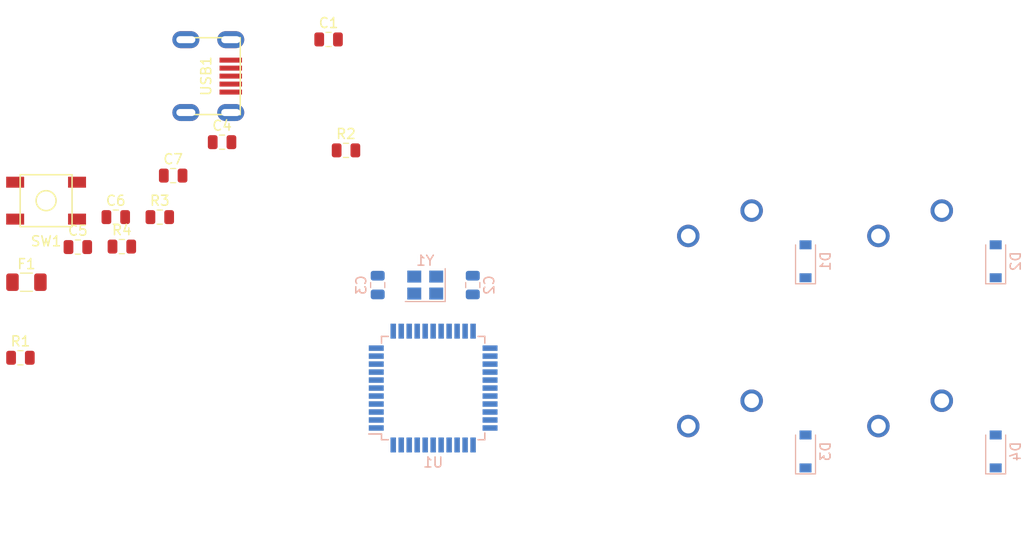
<source format=kicad_pcb>
(kicad_pcb (version 20171130) (host pcbnew "(5.1.4)-1")

  (general
    (thickness 1.6)
    (drawings 0)
    (tracks 0)
    (zones 0)
    (modules 24)
    (nets 49)
  )

  (page A4)
  (layers
    (0 F.Cu signal)
    (31 B.Cu signal)
    (32 B.Adhes user)
    (33 F.Adhes user)
    (34 B.Paste user)
    (35 F.Paste user)
    (36 B.SilkS user)
    (37 F.SilkS user)
    (38 B.Mask user)
    (39 F.Mask user)
    (40 Dwgs.User user)
    (41 Cmts.User user)
    (42 Eco1.User user)
    (43 Eco2.User user)
    (44 Edge.Cuts user)
    (45 Margin user)
    (46 B.CrtYd user)
    (47 F.CrtYd user)
    (48 B.Fab user)
    (49 F.Fab user)
  )

  (setup
    (last_trace_width 0.25)
    (trace_clearance 0.2)
    (zone_clearance 0.508)
    (zone_45_only no)
    (trace_min 0.2)
    (via_size 0.8)
    (via_drill 0.4)
    (via_min_size 0.4)
    (via_min_drill 0.3)
    (uvia_size 0.3)
    (uvia_drill 0.1)
    (uvias_allowed no)
    (uvia_min_size 0.2)
    (uvia_min_drill 0.1)
    (edge_width 0.05)
    (segment_width 0.2)
    (pcb_text_width 0.3)
    (pcb_text_size 1.5 1.5)
    (mod_edge_width 0.12)
    (mod_text_size 1 1)
    (mod_text_width 0.15)
    (pad_size 1.524 1.524)
    (pad_drill 0.762)
    (pad_to_mask_clearance 0.051)
    (solder_mask_min_width 0.25)
    (aux_axis_origin 0 0)
    (visible_elements 7FFFFFFF)
    (pcbplotparams
      (layerselection 0x010fc_ffffffff)
      (usegerberextensions false)
      (usegerberattributes false)
      (usegerberadvancedattributes false)
      (creategerberjobfile false)
      (excludeedgelayer true)
      (linewidth 0.100000)
      (plotframeref false)
      (viasonmask false)
      (mode 1)
      (useauxorigin false)
      (hpglpennumber 1)
      (hpglpenspeed 20)
      (hpglpendiameter 15.000000)
      (psnegative false)
      (psa4output false)
      (plotreference true)
      (plotvalue true)
      (plotinvisibletext false)
      (padsonsilk false)
      (subtractmaskfromsilk false)
      (outputformat 1)
      (mirror false)
      (drillshape 1)
      (scaleselection 1)
      (outputdirectory ""))
  )

  (net 0 "")
  (net 1 GND)
  (net 2 +5V)
  (net 3 "Net-(C2-Pad1)")
  (net 4 "Net-(C3-Pad1)")
  (net 5 "Net-(C6-Pad1)")
  (net 6 "Net-(D1-Pad2)")
  (net 7 ROW0)
  (net 8 "Net-(D2-Pad2)")
  (net 9 ROW1)
  (net 10 "Net-(D3-Pad2)")
  (net 11 "Net-(D4-Pad2)")
  (net 12 VCC)
  (net 13 COL0)
  (net 14 COL1)
  (net 15 D-)
  (net 16 "Net-(R1-Pad1)")
  (net 17 D+)
  (net 18 "Net-(R2-Pad1)")
  (net 19 "Net-(R3-Pad2)")
  (net 20 "Net-(R4-Pad2)")
  (net 21 "Net-(U1-Pad42)")
  (net 22 "Net-(U1-Pad41)")
  (net 23 "Net-(U1-Pad40)")
  (net 24 "Net-(U1-Pad39)")
  (net 25 "Net-(U1-Pad38)")
  (net 26 "Net-(U1-Pad37)")
  (net 27 "Net-(U1-Pad36)")
  (net 28 "Net-(U1-Pad32)")
  (net 29 "Net-(U1-Pad31)")
  (net 30 "Net-(U1-Pad30)")
  (net 31 "Net-(U1-Pad29)")
  (net 32 "Net-(U1-Pad28)")
  (net 33 "Net-(U1-Pad27)")
  (net 34 "Net-(U1-Pad26)")
  (net 35 "Net-(U1-Pad25)")
  (net 36 "Net-(U1-Pad22)")
  (net 37 "Net-(U1-Pad21)")
  (net 38 "Net-(U1-Pad20)")
  (net 39 "Net-(U1-Pad19)")
  (net 40 "Net-(U1-Pad18)")
  (net 41 "Net-(U1-Pad12)")
  (net 42 "Net-(U1-Pad11)")
  (net 43 "Net-(U1-Pad10)")
  (net 44 "Net-(U1-Pad9)")
  (net 45 "Net-(U1-Pad8)")
  (net 46 "Net-(U1-Pad1)")
  (net 47 "Net-(USB1-Pad6)")
  (net 48 "Net-(USB1-Pad2)")

  (net_class Default "This is the default net class."
    (clearance 0.2)
    (trace_width 0.25)
    (via_dia 0.8)
    (via_drill 0.4)
    (uvia_dia 0.3)
    (uvia_drill 0.1)
    (add_net +5V)
    (add_net COL0)
    (add_net COL1)
    (add_net D+)
    (add_net D-)
    (add_net GND)
    (add_net "Net-(C2-Pad1)")
    (add_net "Net-(C3-Pad1)")
    (add_net "Net-(C6-Pad1)")
    (add_net "Net-(D1-Pad2)")
    (add_net "Net-(D2-Pad2)")
    (add_net "Net-(D3-Pad2)")
    (add_net "Net-(D4-Pad2)")
    (add_net "Net-(R1-Pad1)")
    (add_net "Net-(R2-Pad1)")
    (add_net "Net-(R3-Pad2)")
    (add_net "Net-(R4-Pad2)")
    (add_net "Net-(U1-Pad1)")
    (add_net "Net-(U1-Pad10)")
    (add_net "Net-(U1-Pad11)")
    (add_net "Net-(U1-Pad12)")
    (add_net "Net-(U1-Pad18)")
    (add_net "Net-(U1-Pad19)")
    (add_net "Net-(U1-Pad20)")
    (add_net "Net-(U1-Pad21)")
    (add_net "Net-(U1-Pad22)")
    (add_net "Net-(U1-Pad25)")
    (add_net "Net-(U1-Pad26)")
    (add_net "Net-(U1-Pad27)")
    (add_net "Net-(U1-Pad28)")
    (add_net "Net-(U1-Pad29)")
    (add_net "Net-(U1-Pad30)")
    (add_net "Net-(U1-Pad31)")
    (add_net "Net-(U1-Pad32)")
    (add_net "Net-(U1-Pad36)")
    (add_net "Net-(U1-Pad37)")
    (add_net "Net-(U1-Pad38)")
    (add_net "Net-(U1-Pad39)")
    (add_net "Net-(U1-Pad40)")
    (add_net "Net-(U1-Pad41)")
    (add_net "Net-(U1-Pad42)")
    (add_net "Net-(U1-Pad8)")
    (add_net "Net-(U1-Pad9)")
    (add_net "Net-(USB1-Pad2)")
    (add_net "Net-(USB1-Pad6)")
    (add_net ROW0)
    (add_net ROW1)
    (add_net VCC)
  )

  (module Crystal:Crystal_SMD_3225-4Pin_3.2x2.5mm (layer B.Cu) (tedit 5A0FD1B2) (tstamp 6129B0C3)
    (at 138.1125 91.28125 180)
    (descr "SMD Crystal SERIES SMD3225/4 http://www.txccrystal.com/images/pdf/7m-accuracy.pdf, 3.2x2.5mm^2 package")
    (tags "SMD SMT crystal")
    (path /612CA6C1)
    (attr smd)
    (fp_text reference Y1 (at 0 2.45) (layer B.SilkS)
      (effects (font (size 1 1) (thickness 0.15)) (justify mirror))
    )
    (fp_text value Crystal_GND24_Small (at 0 -2.45) (layer B.Fab)
      (effects (font (size 1 1) (thickness 0.15)) (justify mirror))
    )
    (fp_line (start 2.1 1.7) (end -2.1 1.7) (layer B.CrtYd) (width 0.05))
    (fp_line (start 2.1 -1.7) (end 2.1 1.7) (layer B.CrtYd) (width 0.05))
    (fp_line (start -2.1 -1.7) (end 2.1 -1.7) (layer B.CrtYd) (width 0.05))
    (fp_line (start -2.1 1.7) (end -2.1 -1.7) (layer B.CrtYd) (width 0.05))
    (fp_line (start -2 -1.65) (end 2 -1.65) (layer B.SilkS) (width 0.12))
    (fp_line (start -2 1.65) (end -2 -1.65) (layer B.SilkS) (width 0.12))
    (fp_line (start -1.6 -0.25) (end -0.6 -1.25) (layer B.Fab) (width 0.1))
    (fp_line (start 1.6 1.25) (end -1.6 1.25) (layer B.Fab) (width 0.1))
    (fp_line (start 1.6 -1.25) (end 1.6 1.25) (layer B.Fab) (width 0.1))
    (fp_line (start -1.6 -1.25) (end 1.6 -1.25) (layer B.Fab) (width 0.1))
    (fp_line (start -1.6 1.25) (end -1.6 -1.25) (layer B.Fab) (width 0.1))
    (fp_text user %R (at 0 0) (layer B.Fab)
      (effects (font (size 0.7 0.7) (thickness 0.105)) (justify mirror))
    )
    (pad 4 smd rect (at -1.1 0.85 180) (size 1.4 1.2) (layers B.Cu B.Paste B.Mask)
      (net 1 GND))
    (pad 3 smd rect (at 1.1 0.85 180) (size 1.4 1.2) (layers B.Cu B.Paste B.Mask)
      (net 4 "Net-(C3-Pad1)"))
    (pad 2 smd rect (at 1.1 -0.85 180) (size 1.4 1.2) (layers B.Cu B.Paste B.Mask)
      (net 1 GND))
    (pad 1 smd rect (at -1.1 -0.85 180) (size 1.4 1.2) (layers B.Cu B.Paste B.Mask)
      (net 3 "Net-(C2-Pad1)"))
    (model ${KISYS3DMOD}/Crystal.3dshapes/Crystal_SMD_3225-4Pin_3.2x2.5mm.wrl
      (at (xyz 0 0 0))
      (scale (xyz 1 1 1))
      (rotate (xyz 0 0 0))
    )
  )

  (module random-keyboard-parts:Molex-0548190589 (layer F.Cu) (tedit 5C494815) (tstamp 6129B0AF)
    (at 114.12875 70.347)
    (path /612E6035)
    (attr smd)
    (fp_text reference USB1 (at 2.032 0 90) (layer F.SilkS)
      (effects (font (size 1 1) (thickness 0.15)))
    )
    (fp_text value Molex-0548190589 (at -5.08 0 90) (layer Dwgs.User)
      (effects (font (size 1 1) (thickness 0.15)))
    )
    (fp_text user %R (at 2 0 90) (layer F.CrtYd)
      (effects (font (size 1 1) (thickness 0.15)))
    )
    (fp_line (start 3.25 -1.25) (end 5.5 -1.25) (layer F.CrtYd) (width 0.15))
    (fp_line (start 5.5 -0.5) (end 3.25 -0.5) (layer F.CrtYd) (width 0.15))
    (fp_line (start 3.25 0.5) (end 5.5 0.5) (layer F.CrtYd) (width 0.15))
    (fp_line (start 5.5 1.25) (end 3.25 1.25) (layer F.CrtYd) (width 0.15))
    (fp_line (start 3.25 2) (end 5.5 2) (layer F.CrtYd) (width 0.15))
    (fp_line (start 3.25 -2) (end 3.25 2) (layer F.CrtYd) (width 0.15))
    (fp_line (start 5.5 -2) (end 3.25 -2) (layer F.CrtYd) (width 0.15))
    (fp_line (start -3.75 3.75) (end -3.75 -3.75) (layer F.CrtYd) (width 0.15))
    (fp_line (start 5.5 3.75) (end -3.75 3.75) (layer F.CrtYd) (width 0.15))
    (fp_line (start 5.5 -3.75) (end 5.5 3.75) (layer F.CrtYd) (width 0.15))
    (fp_line (start -3.75 -3.75) (end 5.5 -3.75) (layer F.CrtYd) (width 0.15))
    (fp_line (start 0 -3.85) (end 5.45 -3.85) (layer F.SilkS) (width 0.15))
    (fp_line (start 0 3.85) (end 5.45 3.85) (layer F.SilkS) (width 0.15))
    (fp_line (start 5.45 -3.85) (end 5.45 3.85) (layer F.SilkS) (width 0.15))
    (fp_line (start -3.75 -3.85) (end 0 -3.85) (layer Dwgs.User) (width 0.15))
    (fp_line (start -3.75 3.85) (end 0 3.85) (layer Dwgs.User) (width 0.15))
    (fp_line (start -1.75 -4.572) (end -1.75 4.572) (layer Dwgs.User) (width 0.15))
    (fp_line (start -3.75 -3.85) (end -3.75 3.85) (layer Dwgs.User) (width 0.15))
    (pad 6 thru_hole oval (at 0 -3.65) (size 2.7 1.7) (drill oval 1.9 0.7) (layers *.Cu *.Mask)
      (net 47 "Net-(USB1-Pad6)"))
    (pad 6 thru_hole oval (at 0 3.65) (size 2.7 1.7) (drill oval 1.9 0.7) (layers *.Cu *.Mask)
      (net 47 "Net-(USB1-Pad6)"))
    (pad 6 thru_hole oval (at 4.5 3.65) (size 2.7 1.7) (drill oval 1.9 0.7) (layers *.Cu *.Mask)
      (net 47 "Net-(USB1-Pad6)"))
    (pad 6 thru_hole oval (at 4.5 -3.65) (size 2.7 1.7) (drill oval 1.9 0.7) (layers *.Cu *.Mask)
      (net 47 "Net-(USB1-Pad6)"))
    (pad 5 smd rect (at 4.5 -1.6) (size 2.25 0.5) (layers F.Cu F.Paste F.Mask)
      (net 12 VCC))
    (pad 4 smd rect (at 4.5 -0.8) (size 2.25 0.5) (layers F.Cu F.Paste F.Mask)
      (net 15 D-))
    (pad 3 smd rect (at 4.5 0) (size 2.25 0.5) (layers F.Cu F.Paste F.Mask)
      (net 17 D+))
    (pad 2 smd rect (at 4.5 0.8) (size 2.25 0.5) (layers F.Cu F.Paste F.Mask)
      (net 48 "Net-(USB1-Pad2)"))
    (pad 1 smd rect (at 4.5 1.6) (size 2.25 0.5) (layers F.Cu F.Paste F.Mask)
      (net 1 GND))
  )

  (module Package_QFP:TQFP-44_10x10mm_P0.8mm (layer B.Cu) (tedit 5A02F146) (tstamp 6129B08F)
    (at 138.90625 101.6)
    (descr "44-Lead Plastic Thin Quad Flatpack (PT) - 10x10x1.0 mm Body [TQFP] (see Microchip Packaging Specification 00000049BS.pdf)")
    (tags "QFP 0.8")
    (path /61297D9C)
    (attr smd)
    (fp_text reference U1 (at 0 7.45) (layer B.SilkS)
      (effects (font (size 1 1) (thickness 0.15)) (justify mirror))
    )
    (fp_text value ATmega32U4-AU (at 0 -7.45) (layer B.Fab)
      (effects (font (size 1 1) (thickness 0.15)) (justify mirror))
    )
    (fp_line (start -5.175 4.6) (end -6.45 4.6) (layer B.SilkS) (width 0.15))
    (fp_line (start 5.175 5.175) (end 4.5 5.175) (layer B.SilkS) (width 0.15))
    (fp_line (start 5.175 -5.175) (end 4.5 -5.175) (layer B.SilkS) (width 0.15))
    (fp_line (start -5.175 -5.175) (end -4.5 -5.175) (layer B.SilkS) (width 0.15))
    (fp_line (start -5.175 5.175) (end -4.5 5.175) (layer B.SilkS) (width 0.15))
    (fp_line (start -5.175 -5.175) (end -5.175 -4.5) (layer B.SilkS) (width 0.15))
    (fp_line (start 5.175 -5.175) (end 5.175 -4.5) (layer B.SilkS) (width 0.15))
    (fp_line (start 5.175 5.175) (end 5.175 4.5) (layer B.SilkS) (width 0.15))
    (fp_line (start -5.175 5.175) (end -5.175 4.6) (layer B.SilkS) (width 0.15))
    (fp_line (start -6.7 -6.7) (end 6.7 -6.7) (layer B.CrtYd) (width 0.05))
    (fp_line (start -6.7 6.7) (end 6.7 6.7) (layer B.CrtYd) (width 0.05))
    (fp_line (start 6.7 6.7) (end 6.7 -6.7) (layer B.CrtYd) (width 0.05))
    (fp_line (start -6.7 6.7) (end -6.7 -6.7) (layer B.CrtYd) (width 0.05))
    (fp_line (start -5 4) (end -4 5) (layer B.Fab) (width 0.15))
    (fp_line (start -5 -5) (end -5 4) (layer B.Fab) (width 0.15))
    (fp_line (start 5 -5) (end -5 -5) (layer B.Fab) (width 0.15))
    (fp_line (start 5 5) (end 5 -5) (layer B.Fab) (width 0.15))
    (fp_line (start -4 5) (end 5 5) (layer B.Fab) (width 0.15))
    (fp_text user %R (at 0 0) (layer B.Fab)
      (effects (font (size 1 1) (thickness 0.15)) (justify mirror))
    )
    (pad 44 smd rect (at -4 5.7 270) (size 1.5 0.55) (layers B.Cu B.Paste B.Mask)
      (net 2 +5V))
    (pad 43 smd rect (at -3.2 5.7 270) (size 1.5 0.55) (layers B.Cu B.Paste B.Mask)
      (net 1 GND))
    (pad 42 smd rect (at -2.4 5.7 270) (size 1.5 0.55) (layers B.Cu B.Paste B.Mask)
      (net 21 "Net-(U1-Pad42)"))
    (pad 41 smd rect (at -1.6 5.7 270) (size 1.5 0.55) (layers B.Cu B.Paste B.Mask)
      (net 22 "Net-(U1-Pad41)"))
    (pad 40 smd rect (at -0.8 5.7 270) (size 1.5 0.55) (layers B.Cu B.Paste B.Mask)
      (net 23 "Net-(U1-Pad40)"))
    (pad 39 smd rect (at 0 5.7 270) (size 1.5 0.55) (layers B.Cu B.Paste B.Mask)
      (net 24 "Net-(U1-Pad39)"))
    (pad 38 smd rect (at 0.8 5.7 270) (size 1.5 0.55) (layers B.Cu B.Paste B.Mask)
      (net 25 "Net-(U1-Pad38)"))
    (pad 37 smd rect (at 1.6 5.7 270) (size 1.5 0.55) (layers B.Cu B.Paste B.Mask)
      (net 26 "Net-(U1-Pad37)"))
    (pad 36 smd rect (at 2.4 5.7 270) (size 1.5 0.55) (layers B.Cu B.Paste B.Mask)
      (net 27 "Net-(U1-Pad36)"))
    (pad 35 smd rect (at 3.2 5.7 270) (size 1.5 0.55) (layers B.Cu B.Paste B.Mask)
      (net 1 GND))
    (pad 34 smd rect (at 4 5.7 270) (size 1.5 0.55) (layers B.Cu B.Paste B.Mask)
      (net 2 +5V))
    (pad 33 smd rect (at 5.7 4) (size 1.5 0.55) (layers B.Cu B.Paste B.Mask)
      (net 20 "Net-(R4-Pad2)"))
    (pad 32 smd rect (at 5.7 3.2) (size 1.5 0.55) (layers B.Cu B.Paste B.Mask)
      (net 28 "Net-(U1-Pad32)"))
    (pad 31 smd rect (at 5.7 2.4) (size 1.5 0.55) (layers B.Cu B.Paste B.Mask)
      (net 29 "Net-(U1-Pad31)"))
    (pad 30 smd rect (at 5.7 1.6) (size 1.5 0.55) (layers B.Cu B.Paste B.Mask)
      (net 30 "Net-(U1-Pad30)"))
    (pad 29 smd rect (at 5.7 0.8) (size 1.5 0.55) (layers B.Cu B.Paste B.Mask)
      (net 31 "Net-(U1-Pad29)"))
    (pad 28 smd rect (at 5.7 0) (size 1.5 0.55) (layers B.Cu B.Paste B.Mask)
      (net 32 "Net-(U1-Pad28)"))
    (pad 27 smd rect (at 5.7 -0.8) (size 1.5 0.55) (layers B.Cu B.Paste B.Mask)
      (net 33 "Net-(U1-Pad27)"))
    (pad 26 smd rect (at 5.7 -1.6) (size 1.5 0.55) (layers B.Cu B.Paste B.Mask)
      (net 34 "Net-(U1-Pad26)"))
    (pad 25 smd rect (at 5.7 -2.4) (size 1.5 0.55) (layers B.Cu B.Paste B.Mask)
      (net 35 "Net-(U1-Pad25)"))
    (pad 24 smd rect (at 5.7 -3.2) (size 1.5 0.55) (layers B.Cu B.Paste B.Mask)
      (net 2 +5V))
    (pad 23 smd rect (at 5.7 -4) (size 1.5 0.55) (layers B.Cu B.Paste B.Mask)
      (net 1 GND))
    (pad 22 smd rect (at 4 -5.7 270) (size 1.5 0.55) (layers B.Cu B.Paste B.Mask)
      (net 36 "Net-(U1-Pad22)"))
    (pad 21 smd rect (at 3.2 -5.7 270) (size 1.5 0.55) (layers B.Cu B.Paste B.Mask)
      (net 37 "Net-(U1-Pad21)"))
    (pad 20 smd rect (at 2.4 -5.7 270) (size 1.5 0.55) (layers B.Cu B.Paste B.Mask)
      (net 38 "Net-(U1-Pad20)"))
    (pad 19 smd rect (at 1.6 -5.7 270) (size 1.5 0.55) (layers B.Cu B.Paste B.Mask)
      (net 39 "Net-(U1-Pad19)"))
    (pad 18 smd rect (at 0.8 -5.7 270) (size 1.5 0.55) (layers B.Cu B.Paste B.Mask)
      (net 40 "Net-(U1-Pad18)"))
    (pad 17 smd rect (at 0 -5.7 270) (size 1.5 0.55) (layers B.Cu B.Paste B.Mask)
      (net 3 "Net-(C2-Pad1)"))
    (pad 16 smd rect (at -0.8 -5.7 270) (size 1.5 0.55) (layers B.Cu B.Paste B.Mask)
      (net 4 "Net-(C3-Pad1)"))
    (pad 15 smd rect (at -1.6 -5.7 270) (size 1.5 0.55) (layers B.Cu B.Paste B.Mask)
      (net 1 GND))
    (pad 14 smd rect (at -2.4 -5.7 270) (size 1.5 0.55) (layers B.Cu B.Paste B.Mask)
      (net 2 +5V))
    (pad 13 smd rect (at -3.2 -5.7 270) (size 1.5 0.55) (layers B.Cu B.Paste B.Mask)
      (net 19 "Net-(R3-Pad2)"))
    (pad 12 smd rect (at -4 -5.7 270) (size 1.5 0.55) (layers B.Cu B.Paste B.Mask)
      (net 41 "Net-(U1-Pad12)"))
    (pad 11 smd rect (at -5.7 -4) (size 1.5 0.55) (layers B.Cu B.Paste B.Mask)
      (net 42 "Net-(U1-Pad11)"))
    (pad 10 smd rect (at -5.7 -3.2) (size 1.5 0.55) (layers B.Cu B.Paste B.Mask)
      (net 43 "Net-(U1-Pad10)"))
    (pad 9 smd rect (at -5.7 -2.4) (size 1.5 0.55) (layers B.Cu B.Paste B.Mask)
      (net 44 "Net-(U1-Pad9)"))
    (pad 8 smd rect (at -5.7 -1.6) (size 1.5 0.55) (layers B.Cu B.Paste B.Mask)
      (net 45 "Net-(U1-Pad8)"))
    (pad 7 smd rect (at -5.7 -0.8) (size 1.5 0.55) (layers B.Cu B.Paste B.Mask)
      (net 2 +5V))
    (pad 6 smd rect (at -5.7 0) (size 1.5 0.55) (layers B.Cu B.Paste B.Mask)
      (net 5 "Net-(C6-Pad1)"))
    (pad 5 smd rect (at -5.7 0.8) (size 1.5 0.55) (layers B.Cu B.Paste B.Mask)
      (net 1 GND))
    (pad 4 smd rect (at -5.7 1.6) (size 1.5 0.55) (layers B.Cu B.Paste B.Mask)
      (net 18 "Net-(R2-Pad1)"))
    (pad 3 smd rect (at -5.7 2.4) (size 1.5 0.55) (layers B.Cu B.Paste B.Mask)
      (net 16 "Net-(R1-Pad1)"))
    (pad 2 smd rect (at -5.7 3.2) (size 1.5 0.55) (layers B.Cu B.Paste B.Mask)
      (net 2 +5V))
    (pad 1 smd rect (at -5.7 4) (size 1.5 0.55) (layers B.Cu B.Paste B.Mask)
      (net 46 "Net-(U1-Pad1)"))
    (model ${KISYS3DMOD}/Package_QFP.3dshapes/TQFP-44_10x10mm_P0.8mm.wrl
      (at (xyz 0 0 0))
      (scale (xyz 1 1 1))
      (rotate (xyz 0 0 0))
    )
  )

  (module random-keyboard-parts:SKQG-1155865 (layer F.Cu) (tedit 5E62B398) (tstamp 6129B04C)
    (at 100.12875 82.825)
    (path /612DC987)
    (attr smd)
    (fp_text reference SW1 (at 0 4.064) (layer F.SilkS)
      (effects (font (size 1 1) (thickness 0.15)))
    )
    (fp_text value SW_Push (at 0 -4.064) (layer F.Fab)
      (effects (font (size 1 1) (thickness 0.15)))
    )
    (fp_line (start -2.6 -2.6) (end 2.6 -2.6) (layer F.SilkS) (width 0.15))
    (fp_line (start 2.6 -2.6) (end 2.6 2.6) (layer F.SilkS) (width 0.15))
    (fp_line (start 2.6 2.6) (end -2.6 2.6) (layer F.SilkS) (width 0.15))
    (fp_line (start -2.6 2.6) (end -2.6 -2.6) (layer F.SilkS) (width 0.15))
    (fp_circle (center 0 0) (end 1 0) (layer F.SilkS) (width 0.15))
    (fp_line (start -4.2 -2.6) (end 4.2 -2.6) (layer F.Fab) (width 0.15))
    (fp_line (start 4.2 -2.6) (end 4.2 -1.2) (layer F.Fab) (width 0.15))
    (fp_line (start 4.2 -1.1) (end 2.6 -1.1) (layer F.Fab) (width 0.15))
    (fp_line (start 2.6 -1.1) (end 2.6 1.1) (layer F.Fab) (width 0.15))
    (fp_line (start 2.6 1.1) (end 4.2 1.1) (layer F.Fab) (width 0.15))
    (fp_line (start 4.2 1.1) (end 4.2 2.6) (layer F.Fab) (width 0.15))
    (fp_line (start 4.2 2.6) (end -4.2 2.6) (layer F.Fab) (width 0.15))
    (fp_line (start -4.2 2.6) (end -4.2 1.1) (layer F.Fab) (width 0.15))
    (fp_line (start -4.2 1.1) (end -2.6 1.1) (layer F.Fab) (width 0.15))
    (fp_line (start -2.6 1.1) (end -2.6 -1.1) (layer F.Fab) (width 0.15))
    (fp_line (start -2.6 -1.1) (end -4.2 -1.1) (layer F.Fab) (width 0.15))
    (fp_line (start -4.2 -1.1) (end -4.2 -2.6) (layer F.Fab) (width 0.15))
    (fp_circle (center 0 0) (end 1 0) (layer F.Fab) (width 0.15))
    (fp_line (start -2.6 -1.1) (end -1.1 -2.6) (layer F.Fab) (width 0.15))
    (fp_line (start 2.6 -1.1) (end 1.1 -2.6) (layer F.Fab) (width 0.15))
    (fp_line (start 2.6 1.1) (end 1.1 2.6) (layer F.Fab) (width 0.15))
    (fp_line (start -2.6 1.1) (end -1.1 2.6) (layer F.Fab) (width 0.15))
    (pad 4 smd rect (at -3.1 1.85) (size 1.8 1.1) (layers F.Cu F.Paste F.Mask))
    (pad 3 smd rect (at 3.1 -1.85) (size 1.8 1.1) (layers F.Cu F.Paste F.Mask))
    (pad 2 smd rect (at -3.1 -1.85) (size 1.8 1.1) (layers F.Cu F.Paste F.Mask)
      (net 19 "Net-(R3-Pad2)"))
    (pad 1 smd rect (at 3.1 1.85) (size 1.8 1.1) (layers F.Cu F.Paste F.Mask)
      (net 1 GND))
    (model ${KISYS3DMOD}/Button_Switch_SMD.3dshapes/SW_SPST_TL3342.step
      (at (xyz 0 0 0))
      (scale (xyz 1 1 1))
      (rotate (xyz 0 0 0))
    )
  )

  (module Resistor_SMD:R_0805_2012Metric (layer F.Cu) (tedit 5B36C52B) (tstamp 6129B02E)
    (at 107.71875 87.425)
    (descr "Resistor SMD 0805 (2012 Metric), square (rectangular) end terminal, IPC_7351 nominal, (Body size source: https://docs.google.com/spreadsheets/d/1BsfQQcO9C6DZCsRaXUlFlo91Tg2WpOkGARC1WS5S8t0/edit?usp=sharing), generated with kicad-footprint-generator")
    (tags resistor)
    (path /612A30FF)
    (attr smd)
    (fp_text reference R4 (at 0 -1.65) (layer F.SilkS)
      (effects (font (size 1 1) (thickness 0.15)))
    )
    (fp_text value 10k (at 0 1.65) (layer F.Fab)
      (effects (font (size 1 1) (thickness 0.15)))
    )
    (fp_text user %R (at 0 0) (layer F.Fab)
      (effects (font (size 0.5 0.5) (thickness 0.08)))
    )
    (fp_line (start 1.68 0.95) (end -1.68 0.95) (layer F.CrtYd) (width 0.05))
    (fp_line (start 1.68 -0.95) (end 1.68 0.95) (layer F.CrtYd) (width 0.05))
    (fp_line (start -1.68 -0.95) (end 1.68 -0.95) (layer F.CrtYd) (width 0.05))
    (fp_line (start -1.68 0.95) (end -1.68 -0.95) (layer F.CrtYd) (width 0.05))
    (fp_line (start -0.258578 0.71) (end 0.258578 0.71) (layer F.SilkS) (width 0.12))
    (fp_line (start -0.258578 -0.71) (end 0.258578 -0.71) (layer F.SilkS) (width 0.12))
    (fp_line (start 1 0.6) (end -1 0.6) (layer F.Fab) (width 0.1))
    (fp_line (start 1 -0.6) (end 1 0.6) (layer F.Fab) (width 0.1))
    (fp_line (start -1 -0.6) (end 1 -0.6) (layer F.Fab) (width 0.1))
    (fp_line (start -1 0.6) (end -1 -0.6) (layer F.Fab) (width 0.1))
    (pad 2 smd roundrect (at 0.9375 0) (size 0.975 1.4) (layers F.Cu F.Paste F.Mask) (roundrect_rratio 0.25)
      (net 20 "Net-(R4-Pad2)"))
    (pad 1 smd roundrect (at -0.9375 0) (size 0.975 1.4) (layers F.Cu F.Paste F.Mask) (roundrect_rratio 0.25)
      (net 1 GND))
    (model ${KISYS3DMOD}/Resistor_SMD.3dshapes/R_0805_2012Metric.wrl
      (at (xyz 0 0 0))
      (scale (xyz 1 1 1))
      (rotate (xyz 0 0 0))
    )
  )

  (module Resistor_SMD:R_0805_2012Metric (layer F.Cu) (tedit 5B36C52B) (tstamp 6129B01D)
    (at 111.51875 84.475)
    (descr "Resistor SMD 0805 (2012 Metric), square (rectangular) end terminal, IPC_7351 nominal, (Body size source: https://docs.google.com/spreadsheets/d/1BsfQQcO9C6DZCsRaXUlFlo91Tg2WpOkGARC1WS5S8t0/edit?usp=sharing), generated with kicad-footprint-generator")
    (tags resistor)
    (path /612E03E0)
    (attr smd)
    (fp_text reference R3 (at 0 -1.65) (layer F.SilkS)
      (effects (font (size 1 1) (thickness 0.15)))
    )
    (fp_text value 10k (at 0 1.65) (layer F.Fab)
      (effects (font (size 1 1) (thickness 0.15)))
    )
    (fp_text user %R (at 0 0) (layer F.Fab)
      (effects (font (size 0.5 0.5) (thickness 0.08)))
    )
    (fp_line (start 1.68 0.95) (end -1.68 0.95) (layer F.CrtYd) (width 0.05))
    (fp_line (start 1.68 -0.95) (end 1.68 0.95) (layer F.CrtYd) (width 0.05))
    (fp_line (start -1.68 -0.95) (end 1.68 -0.95) (layer F.CrtYd) (width 0.05))
    (fp_line (start -1.68 0.95) (end -1.68 -0.95) (layer F.CrtYd) (width 0.05))
    (fp_line (start -0.258578 0.71) (end 0.258578 0.71) (layer F.SilkS) (width 0.12))
    (fp_line (start -0.258578 -0.71) (end 0.258578 -0.71) (layer F.SilkS) (width 0.12))
    (fp_line (start 1 0.6) (end -1 0.6) (layer F.Fab) (width 0.1))
    (fp_line (start 1 -0.6) (end 1 0.6) (layer F.Fab) (width 0.1))
    (fp_line (start -1 -0.6) (end 1 -0.6) (layer F.Fab) (width 0.1))
    (fp_line (start -1 0.6) (end -1 -0.6) (layer F.Fab) (width 0.1))
    (pad 2 smd roundrect (at 0.9375 0) (size 0.975 1.4) (layers F.Cu F.Paste F.Mask) (roundrect_rratio 0.25)
      (net 19 "Net-(R3-Pad2)"))
    (pad 1 smd roundrect (at -0.9375 0) (size 0.975 1.4) (layers F.Cu F.Paste F.Mask) (roundrect_rratio 0.25)
      (net 2 +5V))
    (model ${KISYS3DMOD}/Resistor_SMD.3dshapes/R_0805_2012Metric.wrl
      (at (xyz 0 0 0))
      (scale (xyz 1 1 1))
      (rotate (xyz 0 0 0))
    )
  )

  (module Resistor_SMD:R_0805_2012Metric (layer F.Cu) (tedit 5B36C52B) (tstamp 6129B00C)
    (at 130.175 77.7875)
    (descr "Resistor SMD 0805 (2012 Metric), square (rectangular) end terminal, IPC_7351 nominal, (Body size source: https://docs.google.com/spreadsheets/d/1BsfQQcO9C6DZCsRaXUlFlo91Tg2WpOkGARC1WS5S8t0/edit?usp=sharing), generated with kicad-footprint-generator")
    (tags resistor)
    (path /612B332A)
    (attr smd)
    (fp_text reference R2 (at 0 -1.65) (layer F.SilkS)
      (effects (font (size 1 1) (thickness 0.15)))
    )
    (fp_text value 22 (at 0 1.65) (layer F.Fab)
      (effects (font (size 1 1) (thickness 0.15)))
    )
    (fp_text user %R (at 0 0) (layer F.Fab)
      (effects (font (size 0.5 0.5) (thickness 0.08)))
    )
    (fp_line (start 1.68 0.95) (end -1.68 0.95) (layer F.CrtYd) (width 0.05))
    (fp_line (start 1.68 -0.95) (end 1.68 0.95) (layer F.CrtYd) (width 0.05))
    (fp_line (start -1.68 -0.95) (end 1.68 -0.95) (layer F.CrtYd) (width 0.05))
    (fp_line (start -1.68 0.95) (end -1.68 -0.95) (layer F.CrtYd) (width 0.05))
    (fp_line (start -0.258578 0.71) (end 0.258578 0.71) (layer F.SilkS) (width 0.12))
    (fp_line (start -0.258578 -0.71) (end 0.258578 -0.71) (layer F.SilkS) (width 0.12))
    (fp_line (start 1 0.6) (end -1 0.6) (layer F.Fab) (width 0.1))
    (fp_line (start 1 -0.6) (end 1 0.6) (layer F.Fab) (width 0.1))
    (fp_line (start -1 -0.6) (end 1 -0.6) (layer F.Fab) (width 0.1))
    (fp_line (start -1 0.6) (end -1 -0.6) (layer F.Fab) (width 0.1))
    (pad 2 smd roundrect (at 0.9375 0) (size 0.975 1.4) (layers F.Cu F.Paste F.Mask) (roundrect_rratio 0.25)
      (net 17 D+))
    (pad 1 smd roundrect (at -0.9375 0) (size 0.975 1.4) (layers F.Cu F.Paste F.Mask) (roundrect_rratio 0.25)
      (net 18 "Net-(R2-Pad1)"))
    (model ${KISYS3DMOD}/Resistor_SMD.3dshapes/R_0805_2012Metric.wrl
      (at (xyz 0 0 0))
      (scale (xyz 1 1 1))
      (rotate (xyz 0 0 0))
    )
  )

  (module Resistor_SMD:R_0805_2012Metric (layer F.Cu) (tedit 5B36C52B) (tstamp 6129AFFB)
    (at 97.55875 98.565)
    (descr "Resistor SMD 0805 (2012 Metric), square (rectangular) end terminal, IPC_7351 nominal, (Body size source: https://docs.google.com/spreadsheets/d/1BsfQQcO9C6DZCsRaXUlFlo91Tg2WpOkGARC1WS5S8t0/edit?usp=sharing), generated with kicad-footprint-generator")
    (tags resistor)
    (path /612B4852)
    (attr smd)
    (fp_text reference R1 (at 0 -1.65) (layer F.SilkS)
      (effects (font (size 1 1) (thickness 0.15)))
    )
    (fp_text value 22 (at 0 1.65) (layer F.Fab)
      (effects (font (size 1 1) (thickness 0.15)))
    )
    (fp_text user %R (at 0 0) (layer F.Fab)
      (effects (font (size 0.5 0.5) (thickness 0.08)))
    )
    (fp_line (start 1.68 0.95) (end -1.68 0.95) (layer F.CrtYd) (width 0.05))
    (fp_line (start 1.68 -0.95) (end 1.68 0.95) (layer F.CrtYd) (width 0.05))
    (fp_line (start -1.68 -0.95) (end 1.68 -0.95) (layer F.CrtYd) (width 0.05))
    (fp_line (start -1.68 0.95) (end -1.68 -0.95) (layer F.CrtYd) (width 0.05))
    (fp_line (start -0.258578 0.71) (end 0.258578 0.71) (layer F.SilkS) (width 0.12))
    (fp_line (start -0.258578 -0.71) (end 0.258578 -0.71) (layer F.SilkS) (width 0.12))
    (fp_line (start 1 0.6) (end -1 0.6) (layer F.Fab) (width 0.1))
    (fp_line (start 1 -0.6) (end 1 0.6) (layer F.Fab) (width 0.1))
    (fp_line (start -1 -0.6) (end 1 -0.6) (layer F.Fab) (width 0.1))
    (fp_line (start -1 0.6) (end -1 -0.6) (layer F.Fab) (width 0.1))
    (pad 2 smd roundrect (at 0.9375 0) (size 0.975 1.4) (layers F.Cu F.Paste F.Mask) (roundrect_rratio 0.25)
      (net 15 D-))
    (pad 1 smd roundrect (at -0.9375 0) (size 0.975 1.4) (layers F.Cu F.Paste F.Mask) (roundrect_rratio 0.25)
      (net 16 "Net-(R1-Pad1)"))
    (model ${KISYS3DMOD}/Resistor_SMD.3dshapes/R_0805_2012Metric.wrl
      (at (xyz 0 0 0))
      (scale (xyz 1 1 1))
      (rotate (xyz 0 0 0))
    )
  )

  (module MX_Only:MXOnly-1U-NoLED (layer F.Cu) (tedit 5BD3C6C7) (tstamp 6129AFEA)
    (at 187.325 107.95)
    (path /61302D49)
    (fp_text reference MX4 (at 0 3.175) (layer Dwgs.User)
      (effects (font (size 1 1) (thickness 0.15)))
    )
    (fp_text value MX-NoLED (at 0 -7.9375) (layer Dwgs.User)
      (effects (font (size 1 1) (thickness 0.15)))
    )
    (fp_line (start 5 -7) (end 7 -7) (layer Dwgs.User) (width 0.15))
    (fp_line (start 7 -7) (end 7 -5) (layer Dwgs.User) (width 0.15))
    (fp_line (start 5 7) (end 7 7) (layer Dwgs.User) (width 0.15))
    (fp_line (start 7 7) (end 7 5) (layer Dwgs.User) (width 0.15))
    (fp_line (start -7 5) (end -7 7) (layer Dwgs.User) (width 0.15))
    (fp_line (start -7 7) (end -5 7) (layer Dwgs.User) (width 0.15))
    (fp_line (start -5 -7) (end -7 -7) (layer Dwgs.User) (width 0.15))
    (fp_line (start -7 -7) (end -7 -5) (layer Dwgs.User) (width 0.15))
    (fp_line (start -9.525 -9.525) (end 9.525 -9.525) (layer Dwgs.User) (width 0.15))
    (fp_line (start 9.525 -9.525) (end 9.525 9.525) (layer Dwgs.User) (width 0.15))
    (fp_line (start 9.525 9.525) (end -9.525 9.525) (layer Dwgs.User) (width 0.15))
    (fp_line (start -9.525 9.525) (end -9.525 -9.525) (layer Dwgs.User) (width 0.15))
    (pad 2 thru_hole circle (at 2.54 -5.08) (size 2.25 2.25) (drill 1.47) (layers *.Cu B.Mask)
      (net 11 "Net-(D4-Pad2)"))
    (pad "" np_thru_hole circle (at 0 0) (size 3.9878 3.9878) (drill 3.9878) (layers *.Cu *.Mask))
    (pad 1 thru_hole circle (at -3.81 -2.54) (size 2.25 2.25) (drill 1.47) (layers *.Cu B.Mask)
      (net 14 COL1))
    (pad "" np_thru_hole circle (at -5.08 0 48.0996) (size 1.75 1.75) (drill 1.75) (layers *.Cu *.Mask))
    (pad "" np_thru_hole circle (at 5.08 0 48.0996) (size 1.75 1.75) (drill 1.75) (layers *.Cu *.Mask))
  )

  (module MX_Only:MXOnly-1U-NoLED (layer F.Cu) (tedit 5BD3C6C7) (tstamp 6129AFD5)
    (at 168.275 107.95)
    (path /61301BAA)
    (fp_text reference MX3 (at 0 3.175) (layer Dwgs.User)
      (effects (font (size 1 1) (thickness 0.15)))
    )
    (fp_text value MX-NoLED (at 0 -7.9375) (layer Dwgs.User)
      (effects (font (size 1 1) (thickness 0.15)))
    )
    (fp_line (start 5 -7) (end 7 -7) (layer Dwgs.User) (width 0.15))
    (fp_line (start 7 -7) (end 7 -5) (layer Dwgs.User) (width 0.15))
    (fp_line (start 5 7) (end 7 7) (layer Dwgs.User) (width 0.15))
    (fp_line (start 7 7) (end 7 5) (layer Dwgs.User) (width 0.15))
    (fp_line (start -7 5) (end -7 7) (layer Dwgs.User) (width 0.15))
    (fp_line (start -7 7) (end -5 7) (layer Dwgs.User) (width 0.15))
    (fp_line (start -5 -7) (end -7 -7) (layer Dwgs.User) (width 0.15))
    (fp_line (start -7 -7) (end -7 -5) (layer Dwgs.User) (width 0.15))
    (fp_line (start -9.525 -9.525) (end 9.525 -9.525) (layer Dwgs.User) (width 0.15))
    (fp_line (start 9.525 -9.525) (end 9.525 9.525) (layer Dwgs.User) (width 0.15))
    (fp_line (start 9.525 9.525) (end -9.525 9.525) (layer Dwgs.User) (width 0.15))
    (fp_line (start -9.525 9.525) (end -9.525 -9.525) (layer Dwgs.User) (width 0.15))
    (pad 2 thru_hole circle (at 2.54 -5.08) (size 2.25 2.25) (drill 1.47) (layers *.Cu B.Mask)
      (net 10 "Net-(D3-Pad2)"))
    (pad "" np_thru_hole circle (at 0 0) (size 3.9878 3.9878) (drill 3.9878) (layers *.Cu *.Mask))
    (pad 1 thru_hole circle (at -3.81 -2.54) (size 2.25 2.25) (drill 1.47) (layers *.Cu B.Mask)
      (net 14 COL1))
    (pad "" np_thru_hole circle (at -5.08 0 48.0996) (size 1.75 1.75) (drill 1.75) (layers *.Cu *.Mask))
    (pad "" np_thru_hole circle (at 5.08 0 48.0996) (size 1.75 1.75) (drill 1.75) (layers *.Cu *.Mask))
  )

  (module MX_Only:MXOnly-1U-NoLED (layer F.Cu) (tedit 5BD3C6C7) (tstamp 6129AFC0)
    (at 187.325 88.9)
    (path /613038E9)
    (fp_text reference MX2 (at 0 3.175) (layer Dwgs.User)
      (effects (font (size 1 1) (thickness 0.15)))
    )
    (fp_text value MX-NoLED (at 0 -7.9375) (layer Dwgs.User)
      (effects (font (size 1 1) (thickness 0.15)))
    )
    (fp_line (start 5 -7) (end 7 -7) (layer Dwgs.User) (width 0.15))
    (fp_line (start 7 -7) (end 7 -5) (layer Dwgs.User) (width 0.15))
    (fp_line (start 5 7) (end 7 7) (layer Dwgs.User) (width 0.15))
    (fp_line (start 7 7) (end 7 5) (layer Dwgs.User) (width 0.15))
    (fp_line (start -7 5) (end -7 7) (layer Dwgs.User) (width 0.15))
    (fp_line (start -7 7) (end -5 7) (layer Dwgs.User) (width 0.15))
    (fp_line (start -5 -7) (end -7 -7) (layer Dwgs.User) (width 0.15))
    (fp_line (start -7 -7) (end -7 -5) (layer Dwgs.User) (width 0.15))
    (fp_line (start -9.525 -9.525) (end 9.525 -9.525) (layer Dwgs.User) (width 0.15))
    (fp_line (start 9.525 -9.525) (end 9.525 9.525) (layer Dwgs.User) (width 0.15))
    (fp_line (start 9.525 9.525) (end -9.525 9.525) (layer Dwgs.User) (width 0.15))
    (fp_line (start -9.525 9.525) (end -9.525 -9.525) (layer Dwgs.User) (width 0.15))
    (pad 2 thru_hole circle (at 2.54 -5.08) (size 2.25 2.25) (drill 1.47) (layers *.Cu B.Mask)
      (net 8 "Net-(D2-Pad2)"))
    (pad "" np_thru_hole circle (at 0 0) (size 3.9878 3.9878) (drill 3.9878) (layers *.Cu *.Mask))
    (pad 1 thru_hole circle (at -3.81 -2.54) (size 2.25 2.25) (drill 1.47) (layers *.Cu B.Mask)
      (net 13 COL0))
    (pad "" np_thru_hole circle (at -5.08 0 48.0996) (size 1.75 1.75) (drill 1.75) (layers *.Cu *.Mask))
    (pad "" np_thru_hole circle (at 5.08 0 48.0996) (size 1.75 1.75) (drill 1.75) (layers *.Cu *.Mask))
  )

  (module MX_Only:MXOnly-1U-NoLED (layer F.Cu) (tedit 5BD3C6C7) (tstamp 6129B392)
    (at 168.275 88.9)
    (path /612F6E49)
    (fp_text reference MX1 (at 0 3.175) (layer Dwgs.User)
      (effects (font (size 1 1) (thickness 0.15)))
    )
    (fp_text value MX-NoLED (at 0 -7.9375) (layer Dwgs.User)
      (effects (font (size 1 1) (thickness 0.15)))
    )
    (fp_line (start 5 -7) (end 7 -7) (layer Dwgs.User) (width 0.15))
    (fp_line (start 7 -7) (end 7 -5) (layer Dwgs.User) (width 0.15))
    (fp_line (start 5 7) (end 7 7) (layer Dwgs.User) (width 0.15))
    (fp_line (start 7 7) (end 7 5) (layer Dwgs.User) (width 0.15))
    (fp_line (start -7 5) (end -7 7) (layer Dwgs.User) (width 0.15))
    (fp_line (start -7 7) (end -5 7) (layer Dwgs.User) (width 0.15))
    (fp_line (start -5 -7) (end -7 -7) (layer Dwgs.User) (width 0.15))
    (fp_line (start -7 -7) (end -7 -5) (layer Dwgs.User) (width 0.15))
    (fp_line (start -9.525 -9.525) (end 9.525 -9.525) (layer Dwgs.User) (width 0.15))
    (fp_line (start 9.525 -9.525) (end 9.525 9.525) (layer Dwgs.User) (width 0.15))
    (fp_line (start 9.525 9.525) (end -9.525 9.525) (layer Dwgs.User) (width 0.15))
    (fp_line (start -9.525 9.525) (end -9.525 -9.525) (layer Dwgs.User) (width 0.15))
    (pad 2 thru_hole circle (at 2.54 -5.08) (size 2.25 2.25) (drill 1.47) (layers *.Cu B.Mask)
      (net 6 "Net-(D1-Pad2)"))
    (pad "" np_thru_hole circle (at 0 0) (size 3.9878 3.9878) (drill 3.9878) (layers *.Cu *.Mask))
    (pad 1 thru_hole circle (at -3.81 -2.54) (size 2.25 2.25) (drill 1.47) (layers *.Cu B.Mask)
      (net 13 COL0))
    (pad "" np_thru_hole circle (at -5.08 0 48.0996) (size 1.75 1.75) (drill 1.75) (layers *.Cu *.Mask))
    (pad "" np_thru_hole circle (at 5.08 0 48.0996) (size 1.75 1.75) (drill 1.75) (layers *.Cu *.Mask))
  )

  (module Fuse:Fuse_1206_3216Metric (layer F.Cu) (tedit 5B301BBE) (tstamp 6129AF96)
    (at 98.15875 90.995)
    (descr "Fuse SMD 1206 (3216 Metric), square (rectangular) end terminal, IPC_7351 nominal, (Body size source: http://www.tortai-tech.com/upload/download/2011102023233369053.pdf), generated with kicad-footprint-generator")
    (tags resistor)
    (path /612EADAE)
    (attr smd)
    (fp_text reference F1 (at 0 -1.82) (layer F.SilkS)
      (effects (font (size 1 1) (thickness 0.15)))
    )
    (fp_text value 500mA (at 0 1.82) (layer F.Fab)
      (effects (font (size 1 1) (thickness 0.15)))
    )
    (fp_text user %R (at 0 0) (layer F.Fab)
      (effects (font (size 0.8 0.8) (thickness 0.12)))
    )
    (fp_line (start 2.28 1.12) (end -2.28 1.12) (layer F.CrtYd) (width 0.05))
    (fp_line (start 2.28 -1.12) (end 2.28 1.12) (layer F.CrtYd) (width 0.05))
    (fp_line (start -2.28 -1.12) (end 2.28 -1.12) (layer F.CrtYd) (width 0.05))
    (fp_line (start -2.28 1.12) (end -2.28 -1.12) (layer F.CrtYd) (width 0.05))
    (fp_line (start -0.602064 0.91) (end 0.602064 0.91) (layer F.SilkS) (width 0.12))
    (fp_line (start -0.602064 -0.91) (end 0.602064 -0.91) (layer F.SilkS) (width 0.12))
    (fp_line (start 1.6 0.8) (end -1.6 0.8) (layer F.Fab) (width 0.1))
    (fp_line (start 1.6 -0.8) (end 1.6 0.8) (layer F.Fab) (width 0.1))
    (fp_line (start -1.6 -0.8) (end 1.6 -0.8) (layer F.Fab) (width 0.1))
    (fp_line (start -1.6 0.8) (end -1.6 -0.8) (layer F.Fab) (width 0.1))
    (pad 2 smd roundrect (at 1.4 0) (size 1.25 1.75) (layers F.Cu F.Paste F.Mask) (roundrect_rratio 0.2)
      (net 12 VCC))
    (pad 1 smd roundrect (at -1.4 0) (size 1.25 1.75) (layers F.Cu F.Paste F.Mask) (roundrect_rratio 0.2)
      (net 2 +5V))
    (model ${KISYS3DMOD}/Fuse.3dshapes/Fuse_1206_3216Metric.wrl
      (at (xyz 0 0 0))
      (scale (xyz 1 1 1))
      (rotate (xyz 0 0 0))
    )
  )

  (module Diode_SMD:D_SOD-123 (layer B.Cu) (tedit 58645DC7) (tstamp 6129AF85)
    (at 195.2625 107.95 90)
    (descr SOD-123)
    (tags SOD-123)
    (path /613068B6)
    (attr smd)
    (fp_text reference D4 (at 0 2 270) (layer B.SilkS)
      (effects (font (size 1 1) (thickness 0.15)) (justify mirror))
    )
    (fp_text value SOD_123 (at 0 -2.1 270) (layer B.Fab)
      (effects (font (size 1 1) (thickness 0.15)) (justify mirror))
    )
    (fp_line (start -2.25 1) (end 1.65 1) (layer B.SilkS) (width 0.12))
    (fp_line (start -2.25 -1) (end 1.65 -1) (layer B.SilkS) (width 0.12))
    (fp_line (start -2.35 1.15) (end -2.35 -1.15) (layer B.CrtYd) (width 0.05))
    (fp_line (start 2.35 -1.15) (end -2.35 -1.15) (layer B.CrtYd) (width 0.05))
    (fp_line (start 2.35 1.15) (end 2.35 -1.15) (layer B.CrtYd) (width 0.05))
    (fp_line (start -2.35 1.15) (end 2.35 1.15) (layer B.CrtYd) (width 0.05))
    (fp_line (start -1.4 0.9) (end 1.4 0.9) (layer B.Fab) (width 0.1))
    (fp_line (start 1.4 0.9) (end 1.4 -0.9) (layer B.Fab) (width 0.1))
    (fp_line (start 1.4 -0.9) (end -1.4 -0.9) (layer B.Fab) (width 0.1))
    (fp_line (start -1.4 -0.9) (end -1.4 0.9) (layer B.Fab) (width 0.1))
    (fp_line (start -0.75 0) (end -0.35 0) (layer B.Fab) (width 0.1))
    (fp_line (start -0.35 0) (end -0.35 0.55) (layer B.Fab) (width 0.1))
    (fp_line (start -0.35 0) (end -0.35 -0.55) (layer B.Fab) (width 0.1))
    (fp_line (start -0.35 0) (end 0.25 0.4) (layer B.Fab) (width 0.1))
    (fp_line (start 0.25 0.4) (end 0.25 -0.4) (layer B.Fab) (width 0.1))
    (fp_line (start 0.25 -0.4) (end -0.35 0) (layer B.Fab) (width 0.1))
    (fp_line (start 0.25 0) (end 0.75 0) (layer B.Fab) (width 0.1))
    (fp_line (start -2.25 1) (end -2.25 -1) (layer B.SilkS) (width 0.12))
    (fp_text user %R (at 0 2 270) (layer B.Fab)
      (effects (font (size 1 1) (thickness 0.15)) (justify mirror))
    )
    (pad 2 smd rect (at 1.65 0 90) (size 0.9 1.2) (layers B.Cu B.Paste B.Mask)
      (net 11 "Net-(D4-Pad2)"))
    (pad 1 smd rect (at -1.65 0 90) (size 0.9 1.2) (layers B.Cu B.Paste B.Mask)
      (net 9 ROW1))
    (model ${KISYS3DMOD}/Diode_SMD.3dshapes/D_SOD-123.wrl
      (at (xyz 0 0 0))
      (scale (xyz 1 1 1))
      (rotate (xyz 0 0 0))
    )
  )

  (module Diode_SMD:D_SOD-123 (layer B.Cu) (tedit 58645DC7) (tstamp 6129AF6C)
    (at 176.2125 107.95 90)
    (descr SOD-123)
    (tags SOD-123)
    (path /61304DF3)
    (attr smd)
    (fp_text reference D3 (at 0 2 90) (layer B.SilkS)
      (effects (font (size 1 1) (thickness 0.15)) (justify mirror))
    )
    (fp_text value SOD_123 (at 0 -2.1 90) (layer B.Fab)
      (effects (font (size 1 1) (thickness 0.15)) (justify mirror))
    )
    (fp_line (start -2.25 1) (end 1.65 1) (layer B.SilkS) (width 0.12))
    (fp_line (start -2.25 -1) (end 1.65 -1) (layer B.SilkS) (width 0.12))
    (fp_line (start -2.35 1.15) (end -2.35 -1.15) (layer B.CrtYd) (width 0.05))
    (fp_line (start 2.35 -1.15) (end -2.35 -1.15) (layer B.CrtYd) (width 0.05))
    (fp_line (start 2.35 1.15) (end 2.35 -1.15) (layer B.CrtYd) (width 0.05))
    (fp_line (start -2.35 1.15) (end 2.35 1.15) (layer B.CrtYd) (width 0.05))
    (fp_line (start -1.4 0.9) (end 1.4 0.9) (layer B.Fab) (width 0.1))
    (fp_line (start 1.4 0.9) (end 1.4 -0.9) (layer B.Fab) (width 0.1))
    (fp_line (start 1.4 -0.9) (end -1.4 -0.9) (layer B.Fab) (width 0.1))
    (fp_line (start -1.4 -0.9) (end -1.4 0.9) (layer B.Fab) (width 0.1))
    (fp_line (start -0.75 0) (end -0.35 0) (layer B.Fab) (width 0.1))
    (fp_line (start -0.35 0) (end -0.35 0.55) (layer B.Fab) (width 0.1))
    (fp_line (start -0.35 0) (end -0.35 -0.55) (layer B.Fab) (width 0.1))
    (fp_line (start -0.35 0) (end 0.25 0.4) (layer B.Fab) (width 0.1))
    (fp_line (start 0.25 0.4) (end 0.25 -0.4) (layer B.Fab) (width 0.1))
    (fp_line (start 0.25 -0.4) (end -0.35 0) (layer B.Fab) (width 0.1))
    (fp_line (start 0.25 0) (end 0.75 0) (layer B.Fab) (width 0.1))
    (fp_line (start -2.25 1) (end -2.25 -1) (layer B.SilkS) (width 0.12))
    (fp_text user %R (at 0 2 90) (layer B.Fab)
      (effects (font (size 1 1) (thickness 0.15)) (justify mirror))
    )
    (pad 2 smd rect (at 1.65 0 90) (size 0.9 1.2) (layers B.Cu B.Paste B.Mask)
      (net 10 "Net-(D3-Pad2)"))
    (pad 1 smd rect (at -1.65 0 90) (size 0.9 1.2) (layers B.Cu B.Paste B.Mask)
      (net 7 ROW0))
    (model ${KISYS3DMOD}/Diode_SMD.3dshapes/D_SOD-123.wrl
      (at (xyz 0 0 0))
      (scale (xyz 1 1 1))
      (rotate (xyz 0 0 0))
    )
  )

  (module Diode_SMD:D_SOD-123 (layer B.Cu) (tedit 58645DC7) (tstamp 6129AF53)
    (at 195.2625 88.9 90)
    (descr SOD-123)
    (tags SOD-123)
    (path /613072A3)
    (attr smd)
    (fp_text reference D2 (at 0 2 270) (layer B.SilkS)
      (effects (font (size 1 1) (thickness 0.15)) (justify mirror))
    )
    (fp_text value SOD_123 (at 0 -2.1 270) (layer B.Fab)
      (effects (font (size 1 1) (thickness 0.15)) (justify mirror))
    )
    (fp_line (start -2.25 1) (end 1.65 1) (layer B.SilkS) (width 0.12))
    (fp_line (start -2.25 -1) (end 1.65 -1) (layer B.SilkS) (width 0.12))
    (fp_line (start -2.35 1.15) (end -2.35 -1.15) (layer B.CrtYd) (width 0.05))
    (fp_line (start 2.35 -1.15) (end -2.35 -1.15) (layer B.CrtYd) (width 0.05))
    (fp_line (start 2.35 1.15) (end 2.35 -1.15) (layer B.CrtYd) (width 0.05))
    (fp_line (start -2.35 1.15) (end 2.35 1.15) (layer B.CrtYd) (width 0.05))
    (fp_line (start -1.4 0.9) (end 1.4 0.9) (layer B.Fab) (width 0.1))
    (fp_line (start 1.4 0.9) (end 1.4 -0.9) (layer B.Fab) (width 0.1))
    (fp_line (start 1.4 -0.9) (end -1.4 -0.9) (layer B.Fab) (width 0.1))
    (fp_line (start -1.4 -0.9) (end -1.4 0.9) (layer B.Fab) (width 0.1))
    (fp_line (start -0.75 0) (end -0.35 0) (layer B.Fab) (width 0.1))
    (fp_line (start -0.35 0) (end -0.35 0.55) (layer B.Fab) (width 0.1))
    (fp_line (start -0.35 0) (end -0.35 -0.55) (layer B.Fab) (width 0.1))
    (fp_line (start -0.35 0) (end 0.25 0.4) (layer B.Fab) (width 0.1))
    (fp_line (start 0.25 0.4) (end 0.25 -0.4) (layer B.Fab) (width 0.1))
    (fp_line (start 0.25 -0.4) (end -0.35 0) (layer B.Fab) (width 0.1))
    (fp_line (start 0.25 0) (end 0.75 0) (layer B.Fab) (width 0.1))
    (fp_line (start -2.25 1) (end -2.25 -1) (layer B.SilkS) (width 0.12))
    (fp_text user %R (at 0 2 270) (layer B.Fab)
      (effects (font (size 1 1) (thickness 0.15)) (justify mirror))
    )
    (pad 2 smd rect (at 1.65 0 90) (size 0.9 1.2) (layers B.Cu B.Paste B.Mask)
      (net 8 "Net-(D2-Pad2)"))
    (pad 1 smd rect (at -1.65 0 90) (size 0.9 1.2) (layers B.Cu B.Paste B.Mask)
      (net 9 ROW1))
    (model ${KISYS3DMOD}/Diode_SMD.3dshapes/D_SOD-123.wrl
      (at (xyz 0 0 0))
      (scale (xyz 1 1 1))
      (rotate (xyz 0 0 0))
    )
  )

  (module Diode_SMD:D_SOD-123 (layer B.Cu) (tedit 58645DC7) (tstamp 6129AF3A)
    (at 176.2125 88.9 90)
    (descr SOD-123)
    (tags SOD-123)
    (path /612F8A52)
    (attr smd)
    (fp_text reference D1 (at 0 2 270) (layer B.SilkS)
      (effects (font (size 1 1) (thickness 0.15)) (justify mirror))
    )
    (fp_text value SOD_123 (at 0 -2.1 270) (layer B.Fab)
      (effects (font (size 1 1) (thickness 0.15)) (justify mirror))
    )
    (fp_line (start -2.25 1) (end 1.65 1) (layer B.SilkS) (width 0.12))
    (fp_line (start -2.25 -1) (end 1.65 -1) (layer B.SilkS) (width 0.12))
    (fp_line (start -2.35 1.15) (end -2.35 -1.15) (layer B.CrtYd) (width 0.05))
    (fp_line (start 2.35 -1.15) (end -2.35 -1.15) (layer B.CrtYd) (width 0.05))
    (fp_line (start 2.35 1.15) (end 2.35 -1.15) (layer B.CrtYd) (width 0.05))
    (fp_line (start -2.35 1.15) (end 2.35 1.15) (layer B.CrtYd) (width 0.05))
    (fp_line (start -1.4 0.9) (end 1.4 0.9) (layer B.Fab) (width 0.1))
    (fp_line (start 1.4 0.9) (end 1.4 -0.9) (layer B.Fab) (width 0.1))
    (fp_line (start 1.4 -0.9) (end -1.4 -0.9) (layer B.Fab) (width 0.1))
    (fp_line (start -1.4 -0.9) (end -1.4 0.9) (layer B.Fab) (width 0.1))
    (fp_line (start -0.75 0) (end -0.35 0) (layer B.Fab) (width 0.1))
    (fp_line (start -0.35 0) (end -0.35 0.55) (layer B.Fab) (width 0.1))
    (fp_line (start -0.35 0) (end -0.35 -0.55) (layer B.Fab) (width 0.1))
    (fp_line (start -0.35 0) (end 0.25 0.4) (layer B.Fab) (width 0.1))
    (fp_line (start 0.25 0.4) (end 0.25 -0.4) (layer B.Fab) (width 0.1))
    (fp_line (start 0.25 -0.4) (end -0.35 0) (layer B.Fab) (width 0.1))
    (fp_line (start 0.25 0) (end 0.75 0) (layer B.Fab) (width 0.1))
    (fp_line (start -2.25 1) (end -2.25 -1) (layer B.SilkS) (width 0.12))
    (fp_text user %R (at 0 2 270) (layer B.Fab)
      (effects (font (size 1 1) (thickness 0.15)) (justify mirror))
    )
    (pad 2 smd rect (at 1.65 0 90) (size 0.9 1.2) (layers B.Cu B.Paste B.Mask)
      (net 6 "Net-(D1-Pad2)"))
    (pad 1 smd rect (at -1.65 0 90) (size 0.9 1.2) (layers B.Cu B.Paste B.Mask)
      (net 7 ROW0))
    (model ${KISYS3DMOD}/Diode_SMD.3dshapes/D_SOD-123.wrl
      (at (xyz 0 0 0))
      (scale (xyz 1 1 1))
      (rotate (xyz 0 0 0))
    )
  )

  (module Capacitor_SMD:C_0805_2012Metric (layer F.Cu) (tedit 5B36C52B) (tstamp 6129AF21)
    (at 112.85875 80.315)
    (descr "Capacitor SMD 0805 (2012 Metric), square (rectangular) end terminal, IPC_7351 nominal, (Body size source: https://docs.google.com/spreadsheets/d/1BsfQQcO9C6DZCsRaXUlFlo91Tg2WpOkGARC1WS5S8t0/edit?usp=sharing), generated with kicad-footprint-generator")
    (tags capacitor)
    (path /612C17BD)
    (attr smd)
    (fp_text reference C7 (at 0 -1.65) (layer F.SilkS)
      (effects (font (size 1 1) (thickness 0.15)))
    )
    (fp_text value 0.1uF (at 0 1.65) (layer F.Fab)
      (effects (font (size 1 1) (thickness 0.15)))
    )
    (fp_text user %R (at 0 0) (layer F.Fab)
      (effects (font (size 0.5 0.5) (thickness 0.08)))
    )
    (fp_line (start 1.68 0.95) (end -1.68 0.95) (layer F.CrtYd) (width 0.05))
    (fp_line (start 1.68 -0.95) (end 1.68 0.95) (layer F.CrtYd) (width 0.05))
    (fp_line (start -1.68 -0.95) (end 1.68 -0.95) (layer F.CrtYd) (width 0.05))
    (fp_line (start -1.68 0.95) (end -1.68 -0.95) (layer F.CrtYd) (width 0.05))
    (fp_line (start -0.258578 0.71) (end 0.258578 0.71) (layer F.SilkS) (width 0.12))
    (fp_line (start -0.258578 -0.71) (end 0.258578 -0.71) (layer F.SilkS) (width 0.12))
    (fp_line (start 1 0.6) (end -1 0.6) (layer F.Fab) (width 0.1))
    (fp_line (start 1 -0.6) (end 1 0.6) (layer F.Fab) (width 0.1))
    (fp_line (start -1 -0.6) (end 1 -0.6) (layer F.Fab) (width 0.1))
    (fp_line (start -1 0.6) (end -1 -0.6) (layer F.Fab) (width 0.1))
    (pad 2 smd roundrect (at 0.9375 0) (size 0.975 1.4) (layers F.Cu F.Paste F.Mask) (roundrect_rratio 0.25)
      (net 1 GND))
    (pad 1 smd roundrect (at -0.9375 0) (size 0.975 1.4) (layers F.Cu F.Paste F.Mask) (roundrect_rratio 0.25)
      (net 2 +5V))
    (model ${KISYS3DMOD}/Capacitor_SMD.3dshapes/C_0805_2012Metric.wrl
      (at (xyz 0 0 0))
      (scale (xyz 1 1 1))
      (rotate (xyz 0 0 0))
    )
  )

  (module Capacitor_SMD:C_0805_2012Metric (layer F.Cu) (tedit 5B36C52B) (tstamp 6129AF10)
    (at 107.10875 84.475)
    (descr "Capacitor SMD 0805 (2012 Metric), square (rectangular) end terminal, IPC_7351 nominal, (Body size source: https://docs.google.com/spreadsheets/d/1BsfQQcO9C6DZCsRaXUlFlo91Tg2WpOkGARC1WS5S8t0/edit?usp=sharing), generated with kicad-footprint-generator")
    (tags capacitor)
    (path /612B816D)
    (attr smd)
    (fp_text reference C6 (at 0 -1.65) (layer F.SilkS)
      (effects (font (size 1 1) (thickness 0.15)))
    )
    (fp_text value 1uF (at 0 1.65) (layer F.Fab)
      (effects (font (size 1 1) (thickness 0.15)))
    )
    (fp_text user %R (at 0 0) (layer F.Fab)
      (effects (font (size 0.5 0.5) (thickness 0.08)))
    )
    (fp_line (start 1.68 0.95) (end -1.68 0.95) (layer F.CrtYd) (width 0.05))
    (fp_line (start 1.68 -0.95) (end 1.68 0.95) (layer F.CrtYd) (width 0.05))
    (fp_line (start -1.68 -0.95) (end 1.68 -0.95) (layer F.CrtYd) (width 0.05))
    (fp_line (start -1.68 0.95) (end -1.68 -0.95) (layer F.CrtYd) (width 0.05))
    (fp_line (start -0.258578 0.71) (end 0.258578 0.71) (layer F.SilkS) (width 0.12))
    (fp_line (start -0.258578 -0.71) (end 0.258578 -0.71) (layer F.SilkS) (width 0.12))
    (fp_line (start 1 0.6) (end -1 0.6) (layer F.Fab) (width 0.1))
    (fp_line (start 1 -0.6) (end 1 0.6) (layer F.Fab) (width 0.1))
    (fp_line (start -1 -0.6) (end 1 -0.6) (layer F.Fab) (width 0.1))
    (fp_line (start -1 0.6) (end -1 -0.6) (layer F.Fab) (width 0.1))
    (pad 2 smd roundrect (at 0.9375 0) (size 0.975 1.4) (layers F.Cu F.Paste F.Mask) (roundrect_rratio 0.25)
      (net 1 GND))
    (pad 1 smd roundrect (at -0.9375 0) (size 0.975 1.4) (layers F.Cu F.Paste F.Mask) (roundrect_rratio 0.25)
      (net 5 "Net-(C6-Pad1)"))
    (model ${KISYS3DMOD}/Capacitor_SMD.3dshapes/C_0805_2012Metric.wrl
      (at (xyz 0 0 0))
      (scale (xyz 1 1 1))
      (rotate (xyz 0 0 0))
    )
  )

  (module Capacitor_SMD:C_0805_2012Metric (layer F.Cu) (tedit 5B36C52B) (tstamp 6129AEFF)
    (at 103.30875 87.475)
    (descr "Capacitor SMD 0805 (2012 Metric), square (rectangular) end terminal, IPC_7351 nominal, (Body size source: https://docs.google.com/spreadsheets/d/1BsfQQcO9C6DZCsRaXUlFlo91Tg2WpOkGARC1WS5S8t0/edit?usp=sharing), generated with kicad-footprint-generator")
    (tags capacitor)
    (path /612C113D)
    (attr smd)
    (fp_text reference C5 (at 0 -1.65) (layer F.SilkS)
      (effects (font (size 1 1) (thickness 0.15)))
    )
    (fp_text value 0.1uF (at 0 1.65) (layer F.Fab)
      (effects (font (size 1 1) (thickness 0.15)))
    )
    (fp_text user %R (at 0 0) (layer F.Fab)
      (effects (font (size 0.5 0.5) (thickness 0.08)))
    )
    (fp_line (start 1.68 0.95) (end -1.68 0.95) (layer F.CrtYd) (width 0.05))
    (fp_line (start 1.68 -0.95) (end 1.68 0.95) (layer F.CrtYd) (width 0.05))
    (fp_line (start -1.68 -0.95) (end 1.68 -0.95) (layer F.CrtYd) (width 0.05))
    (fp_line (start -1.68 0.95) (end -1.68 -0.95) (layer F.CrtYd) (width 0.05))
    (fp_line (start -0.258578 0.71) (end 0.258578 0.71) (layer F.SilkS) (width 0.12))
    (fp_line (start -0.258578 -0.71) (end 0.258578 -0.71) (layer F.SilkS) (width 0.12))
    (fp_line (start 1 0.6) (end -1 0.6) (layer F.Fab) (width 0.1))
    (fp_line (start 1 -0.6) (end 1 0.6) (layer F.Fab) (width 0.1))
    (fp_line (start -1 -0.6) (end 1 -0.6) (layer F.Fab) (width 0.1))
    (fp_line (start -1 0.6) (end -1 -0.6) (layer F.Fab) (width 0.1))
    (pad 2 smd roundrect (at 0.9375 0) (size 0.975 1.4) (layers F.Cu F.Paste F.Mask) (roundrect_rratio 0.25)
      (net 1 GND))
    (pad 1 smd roundrect (at -0.9375 0) (size 0.975 1.4) (layers F.Cu F.Paste F.Mask) (roundrect_rratio 0.25)
      (net 2 +5V))
    (model ${KISYS3DMOD}/Capacitor_SMD.3dshapes/C_0805_2012Metric.wrl
      (at (xyz 0 0 0))
      (scale (xyz 1 1 1))
      (rotate (xyz 0 0 0))
    )
  )

  (module Capacitor_SMD:C_0805_2012Metric (layer F.Cu) (tedit 5B36C52B) (tstamp 6129AEEE)
    (at 117.75875 76.965)
    (descr "Capacitor SMD 0805 (2012 Metric), square (rectangular) end terminal, IPC_7351 nominal, (Body size source: https://docs.google.com/spreadsheets/d/1BsfQQcO9C6DZCsRaXUlFlo91Tg2WpOkGARC1WS5S8t0/edit?usp=sharing), generated with kicad-footprint-generator")
    (tags capacitor)
    (path /612BF9F5)
    (attr smd)
    (fp_text reference C4 (at 0 -1.65) (layer F.SilkS)
      (effects (font (size 1 1) (thickness 0.15)))
    )
    (fp_text value 0.1uF (at 0 1.65) (layer F.Fab)
      (effects (font (size 1 1) (thickness 0.15)))
    )
    (fp_text user %R (at 0 0) (layer F.Fab)
      (effects (font (size 0.5 0.5) (thickness 0.08)))
    )
    (fp_line (start 1.68 0.95) (end -1.68 0.95) (layer F.CrtYd) (width 0.05))
    (fp_line (start 1.68 -0.95) (end 1.68 0.95) (layer F.CrtYd) (width 0.05))
    (fp_line (start -1.68 -0.95) (end 1.68 -0.95) (layer F.CrtYd) (width 0.05))
    (fp_line (start -1.68 0.95) (end -1.68 -0.95) (layer F.CrtYd) (width 0.05))
    (fp_line (start -0.258578 0.71) (end 0.258578 0.71) (layer F.SilkS) (width 0.12))
    (fp_line (start -0.258578 -0.71) (end 0.258578 -0.71) (layer F.SilkS) (width 0.12))
    (fp_line (start 1 0.6) (end -1 0.6) (layer F.Fab) (width 0.1))
    (fp_line (start 1 -0.6) (end 1 0.6) (layer F.Fab) (width 0.1))
    (fp_line (start -1 -0.6) (end 1 -0.6) (layer F.Fab) (width 0.1))
    (fp_line (start -1 0.6) (end -1 -0.6) (layer F.Fab) (width 0.1))
    (pad 2 smd roundrect (at 0.9375 0) (size 0.975 1.4) (layers F.Cu F.Paste F.Mask) (roundrect_rratio 0.25)
      (net 1 GND))
    (pad 1 smd roundrect (at -0.9375 0) (size 0.975 1.4) (layers F.Cu F.Paste F.Mask) (roundrect_rratio 0.25)
      (net 2 +5V))
    (model ${KISYS3DMOD}/Capacitor_SMD.3dshapes/C_0805_2012Metric.wrl
      (at (xyz 0 0 0))
      (scale (xyz 1 1 1))
      (rotate (xyz 0 0 0))
    )
  )

  (module Capacitor_SMD:C_0805_2012Metric (layer B.Cu) (tedit 5B36C52B) (tstamp 6129AEDD)
    (at 133.35 91.28125 270)
    (descr "Capacitor SMD 0805 (2012 Metric), square (rectangular) end terminal, IPC_7351 nominal, (Body size source: https://docs.google.com/spreadsheets/d/1BsfQQcO9C6DZCsRaXUlFlo91Tg2WpOkGARC1WS5S8t0/edit?usp=sharing), generated with kicad-footprint-generator")
    (tags capacitor)
    (path /612D3C5C)
    (attr smd)
    (fp_text reference C3 (at 0 1.65 90) (layer B.SilkS)
      (effects (font (size 1 1) (thickness 0.15)) (justify mirror))
    )
    (fp_text value 22pF (at 0 -1.65 90) (layer B.Fab)
      (effects (font (size 1 1) (thickness 0.15)) (justify mirror))
    )
    (fp_text user %R (at 0 0 90) (layer B.Fab)
      (effects (font (size 0.5 0.5) (thickness 0.08)) (justify mirror))
    )
    (fp_line (start 1.68 -0.95) (end -1.68 -0.95) (layer B.CrtYd) (width 0.05))
    (fp_line (start 1.68 0.95) (end 1.68 -0.95) (layer B.CrtYd) (width 0.05))
    (fp_line (start -1.68 0.95) (end 1.68 0.95) (layer B.CrtYd) (width 0.05))
    (fp_line (start -1.68 -0.95) (end -1.68 0.95) (layer B.CrtYd) (width 0.05))
    (fp_line (start -0.258578 -0.71) (end 0.258578 -0.71) (layer B.SilkS) (width 0.12))
    (fp_line (start -0.258578 0.71) (end 0.258578 0.71) (layer B.SilkS) (width 0.12))
    (fp_line (start 1 -0.6) (end -1 -0.6) (layer B.Fab) (width 0.1))
    (fp_line (start 1 0.6) (end 1 -0.6) (layer B.Fab) (width 0.1))
    (fp_line (start -1 0.6) (end 1 0.6) (layer B.Fab) (width 0.1))
    (fp_line (start -1 -0.6) (end -1 0.6) (layer B.Fab) (width 0.1))
    (pad 2 smd roundrect (at 0.9375 0 270) (size 0.975 1.4) (layers B.Cu B.Paste B.Mask) (roundrect_rratio 0.25)
      (net 1 GND))
    (pad 1 smd roundrect (at -0.9375 0 270) (size 0.975 1.4) (layers B.Cu B.Paste B.Mask) (roundrect_rratio 0.25)
      (net 4 "Net-(C3-Pad1)"))
    (model ${KISYS3DMOD}/Capacitor_SMD.3dshapes/C_0805_2012Metric.wrl
      (at (xyz 0 0 0))
      (scale (xyz 1 1 1))
      (rotate (xyz 0 0 0))
    )
  )

  (module Capacitor_SMD:C_0805_2012Metric (layer B.Cu) (tedit 5B36C52B) (tstamp 6129AECC)
    (at 142.875 91.28125 90)
    (descr "Capacitor SMD 0805 (2012 Metric), square (rectangular) end terminal, IPC_7351 nominal, (Body size source: https://docs.google.com/spreadsheets/d/1BsfQQcO9C6DZCsRaXUlFlo91Tg2WpOkGARC1WS5S8t0/edit?usp=sharing), generated with kicad-footprint-generator")
    (tags capacitor)
    (path /612D1AAE)
    (attr smd)
    (fp_text reference C2 (at 0 1.65 90) (layer B.SilkS)
      (effects (font (size 1 1) (thickness 0.15)) (justify mirror))
    )
    (fp_text value 22pF (at 0 -1.65 90) (layer B.Fab)
      (effects (font (size 1 1) (thickness 0.15)) (justify mirror))
    )
    (fp_text user %R (at 0 0 90) (layer B.Fab)
      (effects (font (size 0.5 0.5) (thickness 0.08)) (justify mirror))
    )
    (fp_line (start 1.68 -0.95) (end -1.68 -0.95) (layer B.CrtYd) (width 0.05))
    (fp_line (start 1.68 0.95) (end 1.68 -0.95) (layer B.CrtYd) (width 0.05))
    (fp_line (start -1.68 0.95) (end 1.68 0.95) (layer B.CrtYd) (width 0.05))
    (fp_line (start -1.68 -0.95) (end -1.68 0.95) (layer B.CrtYd) (width 0.05))
    (fp_line (start -0.258578 -0.71) (end 0.258578 -0.71) (layer B.SilkS) (width 0.12))
    (fp_line (start -0.258578 0.71) (end 0.258578 0.71) (layer B.SilkS) (width 0.12))
    (fp_line (start 1 -0.6) (end -1 -0.6) (layer B.Fab) (width 0.1))
    (fp_line (start 1 0.6) (end 1 -0.6) (layer B.Fab) (width 0.1))
    (fp_line (start -1 0.6) (end 1 0.6) (layer B.Fab) (width 0.1))
    (fp_line (start -1 -0.6) (end -1 0.6) (layer B.Fab) (width 0.1))
    (pad 2 smd roundrect (at 0.9375 0 90) (size 0.975 1.4) (layers B.Cu B.Paste B.Mask) (roundrect_rratio 0.25)
      (net 1 GND))
    (pad 1 smd roundrect (at -0.9375 0 90) (size 0.975 1.4) (layers B.Cu B.Paste B.Mask) (roundrect_rratio 0.25)
      (net 3 "Net-(C2-Pad1)"))
    (model ${KISYS3DMOD}/Capacitor_SMD.3dshapes/C_0805_2012Metric.wrl
      (at (xyz 0 0 0))
      (scale (xyz 1 1 1))
      (rotate (xyz 0 0 0))
    )
  )

  (module Capacitor_SMD:C_0805_2012Metric (layer F.Cu) (tedit 5B36C52B) (tstamp 6129AEBB)
    (at 128.42875 66.675)
    (descr "Capacitor SMD 0805 (2012 Metric), square (rectangular) end terminal, IPC_7351 nominal, (Body size source: https://docs.google.com/spreadsheets/d/1BsfQQcO9C6DZCsRaXUlFlo91Tg2WpOkGARC1WS5S8t0/edit?usp=sharing), generated with kicad-footprint-generator")
    (tags capacitor)
    (path /612BE818)
    (attr smd)
    (fp_text reference C1 (at 0 -1.65) (layer F.SilkS)
      (effects (font (size 1 1) (thickness 0.15)))
    )
    (fp_text value 0.1uF (at 0 1.65) (layer F.Fab)
      (effects (font (size 1 1) (thickness 0.15)))
    )
    (fp_text user %R (at 0 0) (layer F.Fab)
      (effects (font (size 0.5 0.5) (thickness 0.08)))
    )
    (fp_line (start 1.68 0.95) (end -1.68 0.95) (layer F.CrtYd) (width 0.05))
    (fp_line (start 1.68 -0.95) (end 1.68 0.95) (layer F.CrtYd) (width 0.05))
    (fp_line (start -1.68 -0.95) (end 1.68 -0.95) (layer F.CrtYd) (width 0.05))
    (fp_line (start -1.68 0.95) (end -1.68 -0.95) (layer F.CrtYd) (width 0.05))
    (fp_line (start -0.258578 0.71) (end 0.258578 0.71) (layer F.SilkS) (width 0.12))
    (fp_line (start -0.258578 -0.71) (end 0.258578 -0.71) (layer F.SilkS) (width 0.12))
    (fp_line (start 1 0.6) (end -1 0.6) (layer F.Fab) (width 0.1))
    (fp_line (start 1 -0.6) (end 1 0.6) (layer F.Fab) (width 0.1))
    (fp_line (start -1 -0.6) (end 1 -0.6) (layer F.Fab) (width 0.1))
    (fp_line (start -1 0.6) (end -1 -0.6) (layer F.Fab) (width 0.1))
    (pad 2 smd roundrect (at 0.9375 0) (size 0.975 1.4) (layers F.Cu F.Paste F.Mask) (roundrect_rratio 0.25)
      (net 1 GND))
    (pad 1 smd roundrect (at -0.9375 0) (size 0.975 1.4) (layers F.Cu F.Paste F.Mask) (roundrect_rratio 0.25)
      (net 2 +5V))
    (model ${KISYS3DMOD}/Capacitor_SMD.3dshapes/C_0805_2012Metric.wrl
      (at (xyz 0 0 0))
      (scale (xyz 1 1 1))
      (rotate (xyz 0 0 0))
    )
  )

)

</source>
